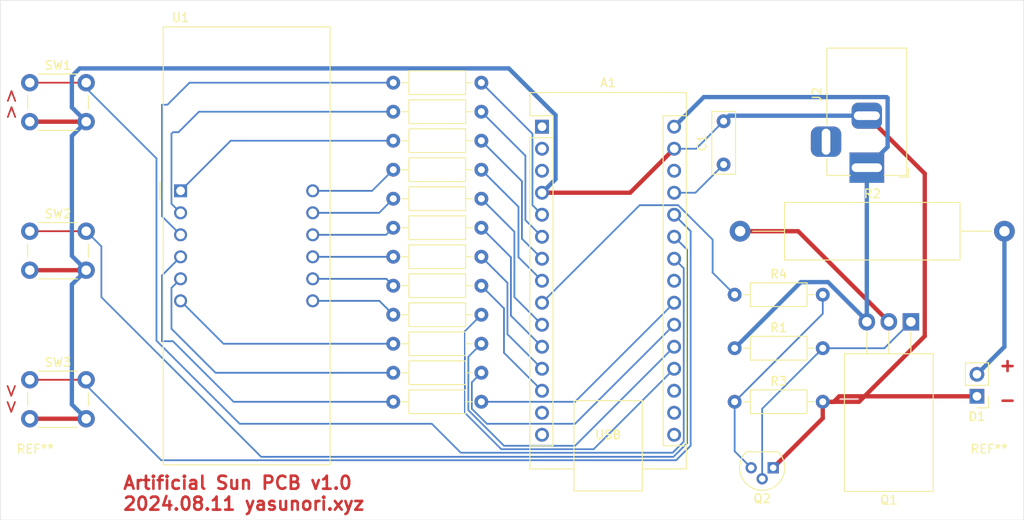
<source format=kicad_pcb>
(kicad_pcb (version 20240108) (generator "pcbnew") (generator_version "8.0")
  (layers (0 "F.Cu" signal) (31 "B.Cu" signal) (34 "B.Paste" user) (35 "F.Paste" user) (36 "B.SilkS" user "B.Silkscreen") (37 "F.SilkS" user "F.Silkscreen") (38 "B.Mask" user) (39 "F.Mask" user) (44 "Edge.Cuts" user))
  (net 0 "")
  (net 2 "Net-(A1-D3)")
  (net 5 "Net-(A1-A1)")
  (net 8 "Net-(A1-D8)")
  (net 9 "Net-(A1-+5V)")
  (net 10 "Net-(A1-SCL{slash}A5)")
  (net 11 "Net-(A1-D9)")
  (net 12 "GND")
  (net 13 "Net-(A1-A0)")
  (net 14 "Net-(A1-D10)")
  (net 15 "Net-(A1-D4)")
  (net 16 "Net-(A1-D2)")
  (net 17 "Net-(A1-A6)")
  (net 19 "Net-(A1-A2)")
  (net 20 "Net-(A1-D6)")
  (net 22 "Net-(A1-A7)")
  (net 23 "Net-(A1-D7)")
  (net 26 "+9V")
  (net 27 "Net-(U1-d)")
  (net 28 "Net-(U1-a)")
  (net 29 "Net-(U1-CC1)")
  (net 30 "Net-(U1-CC2)")
  (net 31 "Net-(U1-DPX)")
  (net 32 "Net-(U1-e)")
  (net 33 "Net-(U1-f)")
  (net 34 "Net-(U1-CC3)")
  (net 35 "Net-(U1-g)")
  (net 36 "Net-(U1-CC4)")
  (net 37 "Net-(U1-c)")
  (net 38 "Net-(U1-b)")
  (net 39 "Net-(D1-A)")
  (net 40 "Net-(Q1-D)")
  (net 41 "Net-(Q1-G)")
  (net 42 "Net-(Q2-B)")
  (net 45 "Net-(A1-A3)")
  (net 46 "Net-(A1-D5)")
  (footprint "Resistor_THT:R_Axial_DIN0207_L6.3mm_D2.5mm_P10.16mm_Horizontal" (layer "F.Cu") (at 121.285 109.912724)
    (property "Reference" "R16" (hide yes))
    (property "Value" "300" (hide yes))
    (fp_line (start 1.04 0) (end 1.81 0) (stroke (width 0.12)) (layer "F.SilkS"))
    (fp_line (start 1.81 -1.37) (end 1.81 1.37) (stroke (width 0.12)) (layer "F.SilkS"))
    (fp_line (start 1.81 1.37) (end 8.35 1.37) (stroke (width 0.12)) (layer "F.SilkS"))
    (fp_line (start 8.35 -1.37) (end 1.81 -1.37) (stroke (width 0.12)) (layer "F.SilkS"))
    (fp_line (start 8.35 1.37) (end 8.35 -1.37) (stroke (width 0.12)) (layer "F.SilkS"))
    (fp_line (start 9.12 0) (end 8.35 0) (stroke (width 0.12)) (layer "F.SilkS"))
    (pad "1" thru_hole circle (at 0 0) (size 1.6 1.6) (drill 0.8) (layers "*.Cu" "*.Mask") (net 28 "Net-(U1-a)"))
    (pad "2" thru_hole oval (at 10.16 0) (size 1.6 1.6) (drill 0.8) (layers "*.Cu" "*.Mask") (net 23 "Net-(A1-D7)"))
  )
  (footprint "Resistor_THT:R_Axial_DIN0207_L6.3mm_D2.5mm_P10.16mm_Horizontal" (layer "F.Cu") (at 121.285 133.35)
    (property "Reference" "R14" (hide yes))
    (property "Value" "300")
    (fp_line (start 1.04 0) (end 1.81 0) (stroke (width 0.12)) (layer "F.SilkS"))
    (fp_line (start 1.81 -1.37) (end 1.81 1.37) (stroke (width 0.12)) (layer "F.SilkS"))
    (fp_line (start 1.81 1.37) (end 8.35 1.37) (stroke (width 0.12)) (layer "F.SilkS"))
    (fp_line (start 8.35 -1.37) (end 1.81 -1.37) (stroke (width 0.12)) (layer "F.SilkS"))
    (fp_line (start 8.35 1.37) (end 8.35 -1.37) (stroke (width 0.12)) (layer "F.SilkS"))
    (fp_line (start 9.12 0) (end 8.35 0) (stroke (width 0.12)) (layer "F.SilkS"))
    (pad "1" thru_hole circle (at 0 0) (size 1.6 1.6) (drill 0.8) (layers "*.Cu" "*.Mask") (net 37 "Net-(U1-c)"))
    (pad "2" thru_hole oval (at 10.16 0) (size 1.6 1.6) (drill 0.8) (layers "*.Cu" "*.Mask") (net 45 "Net-(A1-A3)"))
  )
  (footprint "Resistor_THT:R_Axial_DIN0207_L6.3mm_D2.5mm_P10.16mm_Horizontal" (layer "F.Cu") (at 121.285 123.305448)
    (property "Reference" "R15" (hide yes))
    (property "Value" "300" (hide yes))
    (fp_line (start 1.04 0) (end 1.81 0) (stroke (width 0.12)) (layer "F.SilkS"))
    (fp_line (start 1.81 -1.37) (end 1.81 1.37) (stroke (width 0.12)) (layer "F.SilkS"))
    (fp_line (start 1.81 1.37) (end 8.35 1.37) (stroke (width 0.12)) (layer "F.SilkS"))
    (fp_line (start 8.35 -1.37) (end 1.81 -1.37) (stroke (width 0.12)) (layer "F.SilkS"))
    (fp_line (start 8.35 1.37) (end 8.35 -1.37) (stroke (width 0.12)) (layer "F.SilkS"))
    (fp_line (start 9.12 0) (end 8.35 0) (stroke (width 0.12)) (layer "F.SilkS"))
    (pad "1" thru_hole circle (at 0 0) (size 1.6 1.6) (drill 0.8) (layers "*.Cu" "*.Mask") (net 38 "Net-(U1-b)"))
    (pad "2" thru_hole oval (at 10.16 0) (size 1.6 1.6) (drill 0.8) (layers "*.Cu" "*.Mask") (net 13 "Net-(A1-A0)"))
  )
  (footprint "Connector_PinHeader_2.54mm:PinHeader_1x02_P2.54mm_Vertical" (layer "F.Cu") (at 188.595 132.72 180)
    (property "Reference" "D1" (at 0 -2.33 0) (layer "F.SilkS"))
    (property "Value" "LED")
    (fp_line (start 1.33 1.27) (end 1.33 3.87) (stroke (width 0.12)) (layer "F.SilkS"))
    (fp_line (start -1.33 3.87) (end 1.33 3.87) (stroke (width 0.12)) (layer "F.SilkS"))
    (fp_line (start -1.33 1.27) (end 1.33 1.27) (stroke (width 0.12)) (layer "F.SilkS"))
    (fp_line (start -1.33 1.27) (end -1.33 3.87) (stroke (width 0.12)) (layer "F.SilkS"))
    (fp_line (start -1.33 0) (end -1.33 -1.33) (stroke (width 0.12)) (layer "F.SilkS"))
    (fp_line (start -1.33 -1.33) (end 0 -1.33) (stroke (width 0.12)) (layer "F.SilkS"))
    (pad "1" thru_hole rect (at 0 0 180) (size 1.7 1.7) (drill 1) (layers "*.Cu" "*.Mask") (net 12 "GND"))
    (pad "2" thru_hole oval (at 0 2.54 180) (size 1.7 1.7) (drill 1) (layers "*.Cu" "*.Mask") (net 39 "Net-(D1-A)"))
  )
  (footprint "Button_Switch_THT:SW_PUSH_6mm_H7.3mm" (layer "F.Cu") (at 79.375 130.81)
    (property "Reference" "SW3" (at 3.25 -2 0) (layer "F.SilkS"))
    (property "Value" "SW_Push" (hide yes))
    (fp_line (start -0.25 1.5) (end -0.25 3) (stroke (width 0.12)) (layer "F.SilkS"))
    (fp_line (start 1 5.5) (end 5.5 5.5) (stroke (width 0.12)) (layer "F.SilkS"))
    (fp_line (start 5.5 -1) (end 1 -1) (stroke (width 0.12)) (layer "F.SilkS"))
    (fp_line (start 6.75 3) (end 6.75 1.5) (stroke (width 0.12)) (layer "F.SilkS"))
    (pad "1" thru_hole circle (at 0 0 90) (size 2 2) (drill 1.1) (layers "*.Cu" "*.Mask") (net 22 "Net-(A1-A7)"))
    (pad "1" thru_hole circle (at 6.5 0 90) (size 2 2) (drill 1.1) (layers "*.Cu" "*.Mask") (net 22 "Net-(A1-A7)"))
    (pad "2" thru_hole circle (at 0 4.5 90) (size 2 2) (drill 1.1) (layers "*.Cu" "*.Mask") (net 12 "GND"))
    (pad "2" thru_hole circle (at 6.5 4.5 90) (size 2 2) (drill 1.1) (layers "*.Cu" "*.Mask") (net 12 "GND"))
  )
  (footprint "MountingHole:MountingHole_3.2mm_M3" (layer "F.Cu") (at 190 91)
    (property "Reference" "REF**" (hide yes))
    (property "Value" "MountingHole_3.2mm_M3" (hide yes))
    (pad "" np_thru_hole circle (at 0 0) (size 3.2 3.2) (drill 3.2) (layers "*.Cu" "*.Mask"))
  )
  (footprint "Module:Arduino_Nano" (layer "F.Cu") (at 138.44 101.6)
    (property "Reference" "A1" (at 7.62 -5.08 0) (layer "F.SilkS"))
    (property "Value" "Arduino_Nano_Every")
    (fp_line (start -1.4 -3.94) (end -1.4 -1.27) (stroke (width 0.12)) (layer "F.SilkS"))
    (fp_line (start -1.4 1.27) (end -1.4 39.5) (stroke (width 0.12)) (layer "F.SilkS"))
    (fp_line (start -1.4 39.5) (end 3.68 39.5) (stroke (width 0.12)) (layer "F.SilkS"))
    (fp_line (start 1.27 -1.27) (end -1.4 -1.27) (stroke (width 0.12)) (layer "F.SilkS"))
    (fp_line (start 1.27 1.27) (end -1.4 1.27) (stroke (width 0.12)) (layer "F.SilkS"))
    (fp_line (start 1.27 1.27) (end 1.27 -1.27) (stroke (width 0.12)) (layer "F.SilkS"))
    (fp_line (start 1.27 1.27) (end 1.27 36.83) (stroke (width 0.12)) (layer "F.SilkS"))
    (fp_line (start 1.27 36.83) (end -1.4 36.83) (stroke (width 0.12)) (layer "F.SilkS"))
    (fp_line (start 3.68 31.62) (end 11.56 31.62) (stroke (width 0.12)) (layer "F.SilkS"))
    (fp_line (start 3.68 42.04) (end 3.68 31.62) (stroke (width 0.12)) (layer "F.SilkS"))
    (fp_line (start 11.56 31.62) (end 11.56 42.04) (stroke (width 0.12)) (layer "F.SilkS"))
    (fp_line (start 11.56 42.04) (end 3.68 42.04) (stroke (width 0.12)) (layer "F.SilkS"))
    (fp_line (start 13.97 -1.27) (end 13.97 36.83) (stroke (width 0.12)) (layer "F.SilkS"))
    (fp_line (start 13.97 -1.27) (end 16.64 -1.27) (stroke (width 0.12)) (layer "F.SilkS"))
    (fp_line (start 13.97 36.83) (end 16.64 36.83) (stroke (width 0.12)) (layer "F.SilkS"))
    (fp_line (start 16.64 -3.94) (end -1.4 -3.94) (stroke (width 0.12)) (layer "F.SilkS"))
    (fp_line (start 16.64 39.5) (end 11.56 39.5) (stroke (width 0.12)) (layer "F.SilkS"))
    (fp_line (start 16.64 39.5) (end 16.64 -3.94) (stroke (width 0.12)) (layer "F.SilkS"))
    (fp_text user "USB" (at 7.62 35.56 0) (layer "F.SilkS"))
    (pad "1" thru_hole rect (at 0 0) (size 1.6 1.6) (drill 1) (layers "*.Cu" "*.Mask"))
    (pad "2" thru_hole oval (at 0 2.54) (size 1.6 1.6) (drill 1) (layers "*.Cu" "*.Mask"))
    (pad "3" thru_hole oval (at 0 5.08) (size 1.6 1.6) (drill 1) (layers "*.Cu" "*.Mask"))
    (pad "4" thru_hole oval (at 0 7.62) (size 1.6 1.6) (drill 1) (layers "*.Cu" "*.Mask") (net 12 "GND"))
    (pad "5" thru_hole oval (at 0 10.16) (size 1.6 1.6) (drill 1) (layers "*.Cu" "*.Mask") (net 16 "Net-(A1-D2)"))
    (pad "6" thru_hole oval (at 0 12.7) (size 1.6 1.6) (drill 1) (layers "*.Cu" "*.Mask") (net 2 "Net-(A1-D3)"))
    (pad "7" thru_hole oval (at 0 15.24) (size 1.6 1.6) (drill 1) (layers "*.Cu" "*.Mask") (net 15 "Net-(A1-D4)"))
    (pad "8" thru_hole oval (at 0 17.78) (size 1.6 1.6) (drill 1) (layers "*.Cu" "*.Mask") (net 46 "Net-(A1-D5)"))
    (pad "9" thru_hole oval (at 0 20.32) (size 1.6 1.6) (drill 1) (layers "*.Cu" "*.Mask") (net 20 "Net-(A1-D6)"))
    (pad "10" thru_hole oval (at 0 22.86) (size 1.6 1.6) (drill 1) (layers "*.Cu" "*.Mask") (net 23 "Net-(A1-D7)"))
    (pad "11" thru_hole oval (at 0 25.4) (size 1.6 1.6) (drill 1) (layers "*.Cu" "*.Mask") (net 8 "Net-(A1-D8)"))
    (pad "12" thru_hole oval (at 0 27.94) (size 1.6 1.6) (drill 1) (layers "*.Cu" "*.Mask") (net 11 "Net-(A1-D9)"))
    (pad "13" thru_hole oval (at 0 30.48) (size 1.6 1.6) (drill 1) (layers "*.Cu" "*.Mask") (net 14 "Net-(A1-D10)"))
    (pad "14" thru_hole oval (at 0 33.02) (size 1.6 1.6) (drill 1) (layers "*.Cu" "*.Mask"))
    (pad "15" thru_hole oval (at 0 35.56) (size 1.6 1.6) (drill 1) (layers "*.Cu" "*.Mask"))
    (pad "16" thru_hole oval (at 15.24 35.56) (size 1.6 1.6) (drill 1) (layers "*.Cu" "*.Mask"))
    (pad "17" thru_hole oval (at 15.24 33.02) (size 1.6 1.6) (drill 1) (layers "*.Cu" "*.Mask"))
    (pad "18" thru_hole oval (at 15.24 30.48) (size 1.6 1.6) (drill 1) (layers "*.Cu" "*.Mask"))
    (pad "19" thru_hole oval (at 15.24 27.94) (size 1.6 1.6) (drill 1) (layers "*.Cu" "*.Mask") (net 13 "Net-(A1-A0)"))
    (pad "20" thru_hole oval (at 15.24 25.4) (size 1.6 1.6) (drill 1) (layers "*.Cu" "*.Mask") (net 5 "Net-(A1-A1)"))
    (pad "21" thru_hole oval (at 15.24 22.86) (size 1.6 1.6) (drill 1) (layers "*.Cu" "*.Mask") (net 19 "Net-(A1-A2)"))
    (pad "22" thru_hole oval (at 15.24 20.32) (size 1.6 1.6) (drill 1) (layers "*.Cu" "*.Mask") (net 45 "Net-(A1-A3)"))
    (pad "23" thru_hole oval (at 15.24 17.78) (size 1.6 1.6) (drill 1) (layers "*.Cu" "*.Mask"))
    (pad "24" thru_hole oval (at 15.24 15.24) (size 1.6 1.6) (drill 1) (layers "*.Cu" "*.Mask") (net 10 "Net-(A1-SCL{slash}A5)"))
    (pad "25" thru_hole oval (at 15.24 12.7) (size 1.6 1.6) (drill 1) (layers "*.Cu" "*.Mask") (net 17 "Net-(A1-A6)"))
    (pad "26" thru_hole oval (at 15.24 10.16) (size 1.6 1.6) (drill 1) (layers "*.Cu" "*.Mask") (net 22 "Net-(A1-A7)"))
    (pad "27" thru_hole oval (at 15.24 7.62) (size 1.6 1.6) (drill 1) (layers "*.Cu" "*.Mask") (net 9 "Net-(A1-+5V)"))
    (pad "28" thru_hole oval (at 15.24 5.08) (size 1.6 1.6) (drill 1) (layers "*.Cu" "*.Mask"))
    (pad "29" thru_hole oval (at 15.24 2.54) (size 1.6 1.6) (drill 1) (layers "*.Cu" "*.Mask") (net 12 "GND"))
    (pad "30" thru_hole oval (at 15.24 0) (size 1.6 1.6) (drill 1) (layers "*.Cu" "*.Mask") (net 26 "+9V"))
  )
  (footprint "Resistor_THT:R_Axial_DIN0207_L6.3mm_D2.5mm_P10.16mm_Horizontal" (layer "F.Cu") (at 121.285 106.564543)
    (property "Reference" "R5" (hide yes))
    (property "Value" "300" (hide yes))
    (fp_line (start 1.04 0) (end 1.81 0) (stroke (width 0.12)) (layer "F.SilkS"))
    (fp_line (start 1.81 -1.37) (end 1.81 1.37) (stroke (width 0.12)) (layer "F.SilkS"))
    (fp_line (start 1.81 1.37) (end 8.35 1.37) (stroke (width 0.12)) (layer "F.SilkS"))
    (fp_line (start 8.35 -1.37) (end 1.81 -1.37) (stroke (width 0.12)) (layer "F.SilkS"))
    (fp_line (start 8.35 1.37) (end 8.35 -1.37) (stroke (width 0.12)) (layer "F.SilkS"))
    (fp_line (start 9.12 0) (end 8.35 0) (stroke (width 0.12)) (layer "F.SilkS"))
    (pad "1" thru_hole circle (at 0 0) (size 1.6 1.6) (drill 0.8) (layers "*.Cu" "*.Mask") (net 29 "Net-(U1-CC1)"))
    (pad "2" thru_hole oval (at 10.16 0) (size 1.6 1.6) (drill 0.8) (layers "*.Cu" "*.Mask") (net 46 "Net-(A1-D5)"))
  )
  (footprint "Resistor_THT:R_Axial_DIN0207_L6.3mm_D2.5mm_P10.16mm_Horizontal" (layer "F.Cu") (at 160.655 120.99)
    (property "Reference" "R4" (at 5.08 -2.37 0) (layer "F.SilkS"))
    (property "Value" "10k")
    (fp_line (start 1.04 0) (end 1.81 0) (stroke (width 0.12)) (layer "F.SilkS"))
    (fp_line (start 1.81 -1.37) (end 1.81 1.37) (stroke (width 0.12)) (layer "F.SilkS"))
    (fp_line (start 1.81 1.37) (end 8.35 1.37) (stroke (width 0.12)) (layer "F.SilkS"))
    (fp_line (start 8.35 -1.37) (end 1.81 -1.37) (stroke (width 0.12)) (layer "F.SilkS"))
    (fp_line (start 8.35 1.37) (end 8.35 -1.37) (stroke (width 0.12)) (layer "F.SilkS"))
    (fp_line (start 9.12 0) (end 8.35 0) (stroke (width 0.12)) (layer "F.SilkS"))
    (pad "1" thru_hole circle (at 0 0) (size 1.6 1.6) (drill 0.8) (layers "*.Cu" "*.Mask") (net 20 "Net-(A1-D6)"))
    (pad "2" thru_hole oval (at 10.16 0) (size 1.6 1.6) (drill 0.8) (layers "*.Cu" "*.Mask") (net 42 "Net-(Q2-B)"))
  )
  (footprint "Resistor_THT:R_Axial_Power_L20.0mm_W6.4mm_P30.48mm" (layer "F.Cu") (at 161.285 113.665)
    (property "Reference" "R2" (at 15.24 -4.32 0) (layer "F.SilkS"))
    (property "Value" "15R, 5W")
    (fp_line (start 1.44 0) (end 5.12 0) (stroke (width 0.12)) (layer "F.SilkS"))
    (fp_line (start 5.12 -3.32) (end 5.12 3.32) (stroke (width 0.12)) (layer "F.SilkS"))
    (fp_line (start 5.12 3.32) (end 25.36 3.32) (stroke (width 0.12)) (layer "F.SilkS"))
    (fp_line (start 25.36 -3.32) (end 5.12 -3.32) (stroke (width 0.12)) (layer "F.SilkS"))
    (fp_line (start 25.36 3.32) (end 25.36 -3.32) (stroke (width 0.12)) (layer "F.SilkS"))
    (fp_line (start 29.04 0) (end 25.36 0) (stroke (width 0.12)) (layer "F.SilkS"))
    (pad "1" thru_hole circle (at 0 0) (size 2.4 2.4) (drill 1.2) (layers "*.Cu" "*.Mask") (net 40 "Net-(Q1-D)"))
    (pad "2" thru_hole oval (at 30.48 0) (size 2.4 2.4) (drill 1.2) (layers "*.Cu" "*.Mask") (net 39 "Net-(D1-A)"))
  )
  (footprint "Resistor_THT:R_Axial_DIN0207_L6.3mm_D2.5mm_P10.16mm_Horizontal" (layer "F.Cu") (at 160.655 133.35)
    (property "Reference" "R3" (at 5.08 -2.37 0) (layer "F.SilkS"))
    (property "Value" "10k")
    (fp_line (start 1.04 0) (end 1.81 0) (stroke (width 0.12)) (layer "F.SilkS"))
    (fp_line (start 1.81 -1.37) (end 1.81 1.37) (stroke (width 0.12)) (layer "F.SilkS"))
    (fp_line (start 1.81 1.37) (end 8.35 1.37) (stroke (width 0.12)) (layer "F.SilkS"))
    (fp_line (start 8.35 -1.37) (end 1.81 -1.37) (stroke (width 0.12)) (layer "F.SilkS"))
    (fp_line (start 8.35 1.37) (end 8.35 -1.37) (stroke (width 0.12)) (layer "F.SilkS"))
    (fp_line (start 9.12 0) (end 8.35 0) (stroke (width 0.12)) (layer "F.SilkS"))
    (pad "1" thru_hole circle (at 0 0) (size 1.6 1.6) (drill 0.8) (layers "*.Cu" "*.Mask") (net 42 "Net-(Q2-B)"))
    (pad "2" thru_hole oval (at 10.16 0) (size 1.6 1.6) (drill 0.8) (layers "*.Cu" "*.Mask") (net 12 "GND"))
  )
  (footprint "Package_TO_SOT_THT:TO-92" (layer "F.Cu") (at 165.1 140.97 180)
    (property "Reference" "Q2" (at 1.27 -3.56 0) (layer "F.SilkS"))
    (property "Value" "Q_NPN_ECB")
    (fp_line (start -0.53 1.85) (end 3.07 1.85) (stroke (width 0.12)) (layer "F.SilkS"))
    (fp_arc (start 1.27 -2.6) (mid 3.672087 -0.994977) (end 3.108478 1.838478) (stroke (width 0.12)) (layer "F.SilkS"))
    (fp_arc (start -0.568478 1.838478) (mid -1.132087 -0.994977) (end 1.27 -2.6) (stroke (width 0.12)) (layer "F.SilkS"))
    (pad "1" thru_hole rect (at 0 0 180) (size 1.3 1.3) (drill 0.75) (layers "*.Cu" "*.Mask") (net 12 "GND"))
    (pad "2" thru_hole circle (at 1.27 -1.27 180) (size 1.3 1.3) (drill 0.75) (layers "*.Cu" "*.Mask") (net 41 "Net-(Q1-G)"))
    (pad "3" thru_hole circle (at 2.54 0 180) (size 1.3 1.3) (drill 0.75) (layers "*.Cu" "*.Mask") (net 42 "Net-(Q2-B)"))
  )
  (footprint "Resistor_THT:R_Axial_DIN0207_L6.3mm_D2.5mm_P10.16mm_Horizontal" (layer "F.Cu") (at 160.655 127.17)
    (property "Reference" "R1" (at 5.08 -2.37 0) (layer "F.SilkS"))
    (property "Value" "10k")
    (fp_line (start 1.04 0) (end 1.81 0) (stroke (width 0.12)) (layer "F.SilkS"))
    (fp_line (start 1.81 -1.37) (end 1.81 1.37) (stroke (width 0.12)) (layer "F.SilkS"))
    (fp_line (start 1.81 1.37) (end 8.35 1.37) (stroke (width 0.12)) (layer "F.SilkS"))
    (fp_line (start 8.35 -1.37) (end 1.81 -1.37) (stroke (width 0.12)) (layer "F.SilkS"))
    (fp_line (start 8.35 1.37) (end 8.35 -1.37) (stroke (width 0.12)) (layer "F.SilkS"))
    (fp_line (start 9.12 0) (end 8.35 0) (stroke (width 0.12)) (layer "F.SilkS"))
    (pad "1" thru_hole circle (at 0 0) (size 1.6 1.6) (drill 0.8) (layers "*.Cu" "*.Mask") (net 26 "+9V"))
    (pad "2" thru_hole oval (at 10.16 0) (size 1.6 1.6) (drill 0.8) (layers "*.Cu" "*.Mask") (net 41 "Net-(Q1-G)"))
  )
  (footprint "Resistor_THT:R_Axial_DIN0207_L6.3mm_D2.5mm_P10.16mm_Horizontal" (layer "F.Cu") (at 121.285 126.653629)
    (property "Reference" "R8" (hide yes))
    (property "Value" "300" (hide yes))
    (fp_line (start 1.04 0) (end 1.81 0) (stroke (width 0.12)) (layer "F.SilkS"))
    (fp_line (start 1.81 -1.37) (end 1.81 1.37) (stroke (width 0.12)) (layer "F.SilkS"))
    (fp_line (start 1.81 1.37) (end 8.35 1.37) (stroke (width 0.12)) (layer "F.SilkS"))
    (fp_line (start 8.35 -1.37) (end 1.81 -1.37) (stroke (width 0.12)) (layer "F.SilkS"))
    (fp_line (start 8.35 1.37) (end 8.35 -1.37) (stroke (width 0.12)) (layer "F.SilkS"))
    (fp_line (start 9.12 0) (end 8.35 0) (stroke (width 0.12)) (layer "F.SilkS"))
    (pad "1" thru_hole circle (at 0 0) (size 1.6 1.6) (drill 0.8) (layers "*.Cu" "*.Mask") (net 36 "Net-(U1-CC4)"))
    (pad "2" thru_hole oval (at 10.16 0) (size 1.6 1.6) (drill 0.8) (layers "*.Cu" "*.Mask") (net 5 "Net-(A1-A1)"))
  )
  (footprint "Button_Switch_THT:SW_PUSH_6mm_H7.3mm" (layer "F.Cu") (at 79.375 113.665)
    (property "Reference" "SW2" (at 3.25 -2 0) (layer "F.SilkS"))
    (property "Value" "SW_Push" (hide yes))
    (fp_line (start -0.25 1.5) (end -0.25 3) (stroke (width 0.12)) (layer "F.SilkS"))
    (fp_line (start 1 5.5) (end 5.5 5.5) (stroke (width 0.12)) (layer "F.SilkS"))
    (fp_line (start 5.5 -1) (end 1 -1) (stroke (width 0.12)) (layer "F.SilkS"))
    (fp_line (start 6.75 3) (end 6.75 1.5) (stroke (width 0.12)) (layer "F.SilkS"))
    (pad "1" thru_hole circle (at 0 0 90) (size 2 2) (drill 1.1) (layers "*.Cu" "*.Mask") (net 17 "Net-(A1-A6)"))
    (pad "1" thru_hole circle (at 6.5 0 90) (size 2 2) (drill 1.1) (layers "*.Cu" "*.Mask") (net 17 "Net-(A1-A6)"))
    (pad "2" thru_hole circle (at 0 4.5 90) (size 2 2) (drill 1.1) (layers "*.Cu" "*.Mask") (net 12 "GND"))
    (pad "2" thru_hole circle (at 6.5 4.5 90) (size 2 2) (drill 1.1) (layers "*.Cu" "*.Mask") (net 12 "GND"))
  )
  (footprint "Resistor_THT:R_Axial_DIN0207_L6.3mm_D2.5mm_P10.16mm_Horizontal" (layer "F.Cu") (at 121.285 103.216362)
    (property "Reference" "R12" (hide yes))
    (property "Value" "300" (hide yes))
    (fp_line (start 1.04 0) (end 1.81 0) (stroke (width 0.12)) (layer "F.SilkS"))
    (fp_line (start 1.81 -1.37) (end 1.81 1.37) (stroke (width 0.12)) (layer "F.SilkS"))
    (fp_line (start 1.81 1.37) (end 8.35 1.37) (stroke (width 0.12)) (layer "F.SilkS"))
    (fp_line (start 8.35 -1.37) (end 1.81 -1.37) (stroke (width 0.12)) (layer "F.SilkS"))
    (fp_line (start 8.35 1.37) (end 8.35 -1.37) (stroke (width 0.12)) (layer "F.SilkS"))
    (fp_line (start 9.12 0) (end 8.35 0) (stroke (width 0.12)) (layer "F.SilkS"))
    (pad "1" thru_hole circle (at 0 0) (size 1.6 1.6) (drill 0.8) (layers "*.Cu" "*.Mask") (net 32 "Net-(U1-e)"))
    (pad "2" thru_hole oval (at 10.16 0) (size 1.6 1.6) (drill 0.8) (layers "*.Cu" "*.Mask") (net 15 "Net-(A1-D4)"))
  )
  (footprint "Resistor_THT:R_Axial_DIN0207_L6.3mm_D2.5mm_P10.16mm_Horizontal" (layer "F.Cu") (at 121.285 99.868181)
    (property "Reference" "R13" (hide yes))
    (property "Value" "300" (hide yes))
    (fp_line (start 1.04 0) (end 1.81 0) (stroke (width 0.12)) (layer "F.SilkS"))
    (fp_line (start 1.81 -1.37) (end 1.81 1.37) (stroke (width 0.12)) (layer "F.SilkS"))
    (fp_line (start 1.81 1.37) (end 8.35 1.37) (stroke (width 0.12)) (layer "F.SilkS"))
    (fp_line (start 8.35 -1.37) (end 1.81 -1.37) (stroke (width 0.12)) (layer "F.SilkS"))
    (fp_line (start 8.35 1.37) (end 8.35 -1.37) (stroke (width 0.12)) (layer "F.SilkS"))
    (fp_line (start 9.12 0) (end 8.35 0) (stroke (width 0.12)) (layer "F.SilkS"))
    (pad "1" thru_hole circle (at 0 0) (size 1.6 1.6) (drill 0.8) (layers "*.Cu" "*.Mask") (net 27 "Net-(U1-d)"))
    (pad "2" thru_hole oval (at 10.16 0) (size 1.6 1.6) (drill 0.8) (layers "*.Cu" "*.Mask") (net 2 "Net-(A1-D3)"))
  )
  (footprint "MountingHole:MountingHole_3.2mm_M3" (layer "F.Cu") (at 190 143)
    (property "Reference" "REF**" (at 0 -4.2 0) (layer "F.SilkS"))
    (property "Value" "MountingHole_3.2mm_M3" (hide yes))
    (pad "" np_thru_hole circle (at 0 0) (size 3.2 3.2) (drill 3.2) (layers "*.Cu" "*.Mask"))
  )
  (footprint "Connector_BarrelJack:BarrelJack_Horizontal" (layer "F.Cu") (at 175.895 106.33 -90)
    (property "Reference" "J2" (at -8.45 5.75 90) (layer "F.SilkS"))
    (property "Value" "Barrel_Jack_Switch")
    (fp_line (start -13.8 4.6) (end -13.8 -4.6) (stroke (width 0.12)) (layer "F.SilkS"))
    (fp_line (start -5 4.6) (end -13.8 4.6) (stroke (width 0.12)) (layer "F.SilkS"))
    (fp_line (start 0.9 4.6) (end -1 4.6) (stroke (width 0.12)) (layer "F.SilkS"))
    (fp_line (start 0.9 1.9) (end 0.9 4.6) (stroke (width 0.12)) (layer "F.SilkS"))
    (fp_line (start 1.1 -3.75) (end 1.1 -4.8) (stroke (width 0.12)) (layer "F.SilkS"))
    (fp_line (start -13.8 -4.6) (end 0.9 -4.6) (stroke (width 0.12)) (layer "F.SilkS"))
    (fp_line (start 0.9 -4.6) (end 0.9 -2) (stroke (width 0.12)) (layer "F.SilkS"))
    (fp_line (start 0.05 -4.8) (end 1.1 -4.8) (stroke (width 0.12)) (layer "F.SilkS"))
    (pad "1" thru_hole rect (at 0 0 270) (size 3.5 4) (drill oval 1 3.5) (layers "*.Cu" "*.Mask") (net 26 "+9V"))
    (pad "2" thru_hole roundrect (at -6 0 270) (size 3 3.5) (drill oval 1 3) (layers "*.Cu" "*.Mask") (net 12 "GND"))
    (pad "3" thru_hole roundrect (at -3 4.7 270) (size 3.5 3.5) (drill oval 3 1) (layers "*.Cu" "*.Mask"))
  )
  (footprint "Capacitor_THT:C_Disc_D7.0mm_W2.5mm_P5.00mm" (layer "F.Cu") (at 159.385 105.965 90)
    (property "Reference" "C1" (at 2.5 -2.5 90) (layer "F.SilkS"))
    (property "Value" "100n")
    (fp_line (start 6.12 -1.37) (end 6.12 1.37) (stroke (width 0.12)) (layer "F.SilkS"))
    (fp_line (start -1.12 -1.37) (end 6.12 -1.37) (stroke (width 0.12)) (layer "F.SilkS"))
    (fp_line (start -1.12 -1.37) (end -1.12 1.37) (stroke (width 0.12)) (layer "F.SilkS"))
    (fp_line (start -1.12 1.37) (end 6.12 1.37) (stroke (width 0.12)) (layer "F.SilkS"))
    (pad "1" thru_hole circle (at 0 0 90) (size 1.6 1.6) (drill 0.8) (layers "*.Cu" "*.Mask") (net 9 "Net-(A1-+5V)"))
    (pad "2" thru_hole circle (at 5 0 90) (size 1.6 1.6) (drill 0.8) (layers "*.Cu" "*.Mask") (net 12 "GND"))
  )
  (footprint "Resistor_THT:R_Axial_DIN0207_L6.3mm_D2.5mm_P10.16mm_Horizontal" (layer "F.Cu") (at 121.285 96.52)
    (property "Reference" "R9" (hide yes))
    (property "Value" "300" (hide yes))
    (fp_line (start 1.04 0) (end 1.81 0) (stroke (width 0.12)) (layer "F.SilkS"))
    (fp_line (start 1.81 -1.37) (end 1.81 1.37) (stroke (width 0.12)) (layer "F.SilkS"))
    (fp_line (start 1.81 1.37) (end 8.35 1.37) (stroke (width 0.12)) (layer "F.SilkS"))
    (fp_line (start 8.35 -1.37) (end 1.81 -1.37) (stroke (width 0.12)) (layer "F.SilkS"))
    (fp_line (start 8.35 1.37) (end 8.35 -1.37) (stroke (width 0.12)) (layer "F.SilkS"))
    (fp_line (start 9.12 0) (end 8.35 0) (stroke (width 0.12)) (layer "F.SilkS"))
    (pad "1" thru_hole circle (at 0 0) (size 1.6 1.6) (drill 0.8) (layers "*.Cu" "*.Mask") (net 31 "Net-(U1-DPX)"))
    (pad "2" thru_hole oval (at 10.16 0) (size 1.6 1.6) (drill 0.8) (layers "*.Cu" "*.Mask") (net 16 "Net-(A1-D2)"))
  )
  (footprint "Resistor_THT:R_Axial_DIN0207_L6.3mm_D2.5mm_P10.16mm_Horizontal" (layer "F.Cu") (at 121.285 119.957267)
    (property "Reference" "R7" (hide yes))
    (property "Value" "300" (hide yes))
    (fp_line (start 1.04 0) (end 1.81 0) (stroke (width 0.12)) (layer "F.SilkS"))
    (fp_line (start 1.81 -1.37) (end 1.81 1.37) (stroke (width 0.12)) (layer "F.SilkS"))
    (fp_line (start 1.81 1.37) (end 8.35 1.37) (stroke (width 0.12)) (layer "F.SilkS"))
    (fp_line (start 8.35 -1.37) (end 1.81 -1.37) (stroke (width 0.12)) (layer "F.SilkS"))
    (fp_line (start 8.35 1.37) (end 8.35 -1.37) (stroke (width 0.12)) (layer "F.SilkS"))
    (fp_line (start 9.12 0) (end 8.35 0) (stroke (width 0.12)) (layer "F.SilkS"))
    (pad "1" thru_hole circle (at 0 0) (size 1.6 1.6) (drill 0.8) (layers "*.Cu" "*.Mask") (net 34 "Net-(U1-CC3)"))
    (pad "2" thru_hole oval (at 10.16 0) (size 1.6 1.6) (drill 0.8) (layers "*.Cu" "*.Mask") (net 14 "Net-(A1-D10)"))
  )
  (footprint "Package_TO_SOT_THT:TO-220-3_Horizontal_TabDown" (layer "F.Cu") (at 180.975 124.12 180)
    (property "Reference" "Q1" (at 2.54 -20.58 0) (layer "F.SilkS"))
    (property "Value" "Q_PMOS_GDS")
    (fp_line (start 7.66 -19.58) (end 7.66 -3.69) (stroke (width 0.12)) (layer "F.SilkS"))
    (fp_line (start 5.08 -3.69) (end 5.08 -1.15) (stroke (width 0.12)) (layer "F.SilkS"))
    (fp_line (start 2.54 -3.69) (end 2.54 -1.15) (stroke (width 0.12)) (layer "F.SilkS"))
    (fp_line (start 0 -3.69) (end 0 -1.15) (stroke (width 0.12)) (layer "F.SilkS"))
    (fp_line (start -2.58 -3.69) (end 7.66 -3.69) (stroke (width 0.12)) (layer "F.SilkS"))
    (fp_line (start -2.58 -19.58) (end 7.66 -19.58) (stroke (width 0.12)) (layer "F.SilkS"))
    (fp_line (start -2.58 -19.58) (end -2.58 -3.69) (stroke (width 0.12)) (layer "F.SilkS"))
    (pad "" np_thru_hole oval (at 2.54 -16.66 180) (size 3.5 3.5) (drill 3.5) (layers "*.Cu" "*.Mask"))
    (pad "1" thru_hole rect (at 0 0 180) (size 1.905 2) (drill 1.1) (layers "*.Cu" "*.Mask") (net 41 "Net-(Q1-G)"))
    (pad "2" thru_hole oval (at 2.54 0 180) (size 1.905 2) (drill 1.1) (layers "*.Cu" "*.Mask") (net 40 "Net-(Q1-D)"))
    (pad "3" thru_hole oval (at 5.08 0 180) (size 1.905 2) (drill 1.1) (layers "*.Cu" "*.Mask") (net 26 "+9V"))
  )
  (footprint "MountingHole:MountingHole_3.2mm_M3" (layer "F.Cu") (at 80 91)
    (property "Reference" "REF**" (hide yes))
    (property "Value" "MountingHole_3.2mm_M3" (hide yes))
    (pad "" np_thru_hole circle (at 0 0) (size 3.2 3.2) (drill 3.2) (layers "*.Cu" "*.Mask"))
  )
  (footprint "Resistor_THT:R_Axial_DIN0207_L6.3mm_D2.5mm_P10.16mm_Horizontal" (layer "F.Cu") (at 121.285 130.00181)
    (property "Reference" "R10" (hide yes))
    (property "Value" "300" (hide yes))
    (fp_line (start 1.04 0) (end 1.81 0) (stroke (width 0.12)) (layer "F.SilkS"))
    (fp_line (start 1.81 -1.37) (end 1.81 1.37) (stroke (width 0.12)) (layer "F.SilkS"))
    (fp_line (start 1.81 1.37) (end 8.35 1.37) (stroke (width 0.12)) (layer "F.SilkS"))
    (fp_line (start 8.35 -1.37) (end 1.81 -1.37) (stroke (width 0.12)) (layer "F.SilkS"))
    (fp_line (start 8.35 1.37) (end 8.35 -1.37) (stroke (width 0.12)) (layer "F.SilkS"))
    (fp_line (start 9.12 0) (end 8.35 0) (stroke (width 0.12)) (layer "F.SilkS"))
    (pad "1" thru_hole circle (at 0 0) (size 1.6 1.6) (drill 0.8) (layers "*.Cu" "*.Mask") (net 35 "Net-(U1-g)"))
    (pad "2" thru_hole oval (at 10.16 0) (size 1.6 1.6) (drill 0.8) (layers "*.Cu" "*.Mask") (net 19 "Net-(A1-A2)"))
  )
  (footprint "Display_7Segment:CA56-12SURKWA" (layer "F.Cu") (at 96.76 109)
    (property "Reference" "U1" (at 0 -20 0) (layer "F.SilkS"))
    (property "Value" "CC56-12SURKWA" (hide yes))
    (fp_line (start -2.38 -1) (end -2.38 1) (stroke (width 0.12)) (layer "F.SilkS"))
    (fp_line (start -2 -18.92) (end -2 31.62) (stroke (width 0.12)) (layer "F.SilkS"))
    (fp_line (start -2 -18.92) (end 17.24 -18.92) (stroke (width 0.12)) (layer "F.SilkS"))
    (fp_line (start -2 31.62) (end 17.24 31.62) (stroke (width 0.12)) (layer "F.SilkS"))
    (fp_line (start 17.24 31.62) (end 17.24 -18.92) (stroke (width 0.12)) (layer "F.SilkS"))
    (pad "1" thru_hole rect (at 0 0) (size 1.5 1.5) (drill 1) (layers "*.Cu" "*.Mask") (net 32 "Net-(U1-e)"))
    (pad "2" thru_hole circle (at 0 2.54) (size 1.5 1.5) (drill 1) (layers "*.Cu" "*.Mask") (net 27 "Net-(U1-d)"))
    (pad "3" thru_hole circle (at 0 5.08) (size 1.5 1.5) (drill 1) (layers "*.Cu" "*.Mask") (net 31 "Net-(U1-DPX)"))
    (pad "4" thru_hole circle (at 0 7.62) (size 1.5 1.5) (drill 1) (layers "*.Cu" "*.Mask") (net 37 "Net-(U1-c)"))
    (pad "5" thru_hole circle (at 0 10.16) (size 1.5 1.5) (drill 1) (layers "*.Cu" "*.Mask") (net 35 "Net-(U1-g)"))
    (pad "6" thru_hole circle (at 0 12.7) (size 1.5 1.5) (drill 1) (layers "*.Cu" "*.Mask") (net 36 "Net-(U1-CC4)"))
    (pad "7" thru_hole circle (at 15.24 12.7) (size 1.5 1.5) (drill 1) (layers "*.Cu" "*.Mask") (net 38 "Net-(U1-b)"))
    (pad "8" thru_hole circle (at 15.24 10.16) (size 1.5 1.5) (drill 1) (layers "*.Cu" "*.Mask") (net 34 "Net-(U1-CC3)"))
    (pad "9" thru_hole circle (at 15.24 7.62) (size 1.5 1.5) (drill 1) (layers "*.Cu" "*.Mask") (net 30 "Net-(U1-CC2)"))
    (pad "10" thru_hole circle (at 15.24 5.08) (size 1.5 1.5) (drill 1) (layers "*.Cu" "*.Mask") (net 33 "Net-(U1-f)"))
    (pad "11" thru_hole circle (at 15.24 2.54) (size 1.5 1.5) (drill 1) (layers "*.Cu" "*.Mask") (net 28 "Net-(U1-a)"))
    (pad "12" thru_hole circle (at 15.24 0) (size 1.5 1.5) (drill 1) (layers "*.Cu" "*.Mask") (net 29 "Net-(U1-CC1)"))
  )
  (footprint "MountingHole:MountingHole_3.2mm_M3" (layer "F.Cu") (at 80 143)
    (property "Reference" "REF**" (at 0 -4.2 0) (layer "F.SilkS"))
    (property "Value" "MountingHole_3.2mm_M3" (hide yes))
    (pad "" np_thru_hole circle (at 0 0) (size 3.2 3.2) (drill 3.2) (layers "*.Cu" "*.Mask"))
  )
  (footprint "Resistor_THT:R_Axial_DIN0207_L6.3mm_D2.5mm_P10.16mm_Horizontal" (layer "F.Cu") (at 121.285 113.260905)
    (property "Reference" "R11" (hide yes))
    (property "Value" "300" (hide yes))
    (fp_line (start 1.04 0) (end 1.81 0) (stroke (width 0.12)) (layer "F.SilkS"))
    (fp_line (start 1.81 -1.37) (end 1.81 1.37) (stroke (width 0.12)) (layer "F.SilkS"))
    (fp_line (start 1.81 1.37) (end 8.35 1.37) (stroke (width 0.12)) (layer "F.SilkS"))
    (fp_line (start 8.35 -1.37) (end 1.81 -1.37) (stroke (width 0.12)) (layer "F.SilkS"))
    (fp_line (start 8.35 1.37) (end 8.35 -1.37) (stroke (width 0.12)) (layer "F.SilkS"))
    (fp_line (start 9.12 0) (end 8.35 0) (stroke (width 0.12)) (layer "F.SilkS"))
    (pad "1" thru_hole circle (at 0 0) (size 1.6 1.6) (drill 0.8) (layers "*.Cu" "*.Mask") (net 33 "Net-(U1-f)"))
    (pad "2" thru_hole oval (at 10.16 0) (size 1.6 1.6) (drill 0.8) (layers "*.Cu" "*.Mask") (net 8 "Net-(A1-D8)"))
  )
  (footprint "Button_Switch_THT:SW_PUSH_6mm_H7.3mm" (layer "F.Cu") (at 79.375 96.52)
    (property "Reference" "SW1" (at 3.25 -2 0) (layer "F.SilkS"))
    (property "Value" "SW_Push" (hide yes))
    (fp_line (start -0.25 1.5) (end -0.25 3) (stroke (width 0.12)) (layer "F.SilkS"))
    (fp_line (start 1 5.5) (end 5.5 5.5) (stroke (width 0.12)) (layer "F.SilkS"))
    (fp_line (start 5.5 -1) (end 1 -1) (stroke (width 0.12)) (layer "F.SilkS"))
    (fp_line (start 6.75 3) (end 6.75 1.5) (stroke (width 0.12)) (layer "F.SilkS"))
    (pad "1" thru_hole circle (at 0 0 90) (size 2 2) (drill 1.1) (layers "*.Cu" "*.Mask") (net 10 "Net-(A1-SCL{slash}A5)"))
    (pad "1" thru_hole circle (at 6.5 0 90) (size 2 2) (drill 1.1) (layers "*.Cu" "*.Mask") (net 10 "Net-(A1-SCL{slash}A5)"))
    (pad "2" thru_hole circle (at 0 4.5 90) (size 2 2) (drill 1.1) (layers "*.Cu" "*.Mask") (net 12 "GND"))
    (pad "2" thru_hole circle (at 6.5 4.5 90) (size 2 2) (drill 1.1) (layers "*.Cu" "*.Mask") (net 12 "GND"))
  )
  (footprint "Resistor_THT:R_Axial_DIN0207_L6.3mm_D2.5mm_P10.16mm_Horizontal" (layer "F.Cu") (at 121.285 116.609086)
    (property "Reference" "R6" (hide yes))
    (property "Value" "300" (hide yes))
    (fp_line (start 1.04 0) (end 1.81 0) (stroke (width 0.12)) (layer "F.SilkS"))
    (fp_line (start 1.81 -1.37) (end 1.81 1.37) (stroke (width 0.12)) (layer "F.SilkS"))
    (fp_line (start 1.81 1.37) (end 8.35 1.37) (stroke (width 0.12)) (layer "F.SilkS"))
    (fp_line (start 8.35 -1.37) (end 1.81 -1.37) (stroke (width 0.12)) (layer "F.SilkS"))
    (fp_line (start 8.35 1.37) (end 8.35 -1.37) (stroke (width 0.12)) (layer "F.SilkS"))
    (fp_line (start 9.12 0) (end 8.35 0) (stroke (width 0.12)) (layer "F.SilkS"))
    (pad "1" thru_hole circle (at 0 0) (size 1.6 1.6) (drill 0.8) (layers "*.Cu" "*.Mask") (net 30 "Net-(U1-CC2)"))
    (pad "2" thru_hole oval (at 10.16 0) (size 1.6 1.6) (drill 0.8) (layers "*.Cu" "*.Mask") (net 11 "Net-(A1-D9)"))
  )
  (gr_rect (start 76 87) (end 194 147) (stroke (width 0.05)) (fill none) (layer "Edge.Cuts"))
  (gr_text "Artificial Sun PCB v1.0\n2024.08.11 yasunori.xyz" (at 90 146 0) (layer "F.Cu") (effects (font (size 1.5 1.5) (thickness 0.3) (bold yes)) (justify left bottom)))
  (gr_text "-" (at 191 134 0) (layer "F.Cu") (effects (font (size 1.5 1.5) (thickness 0.3) (bold yes)) (justify left bottom)))
  (gr_text "+" (at 191 130 0) (layer "F.Cu") (effects (font (size 1.5 1.5) (thickness 0.3) (bold yes)) (justify left bottom)))
  (gr_text "<<" (at 76.5 97 -90) (layer "F.Cu") (effects (font (size 1.5 1.5) (thickness 0.1875)) (justify left bottom)))
  (gr_text "<<" (at 78 135 90) (layer "F.Cu") (effects (font (size 1.5 1.5) (thickness 0.1875)) (justify left bottom)))
  (segment (start 136.525 112.385) (end 138.44 114.3) (width 0.2) (layer "B.Cu") (net 2))
  (segment (start 136.525 104.948181) (end 136.525 112.385) (width 0.2) (layer "B.Cu") (net 2))
  (segment (start 131.445 99.868181) (end 136.525 104.948181) (width 0.2) (layer "B.Cu") (net 2))
  (segment (start 131.445 126.653629) (end 129.945 128.153629) (width 0.2) (layer "B.Cu") (net 5))
  (segment (start 134.054314 138.43) (end 142.25 138.43) (width 0.2) (layer "B.Cu") (net 5))
  (segment (start 129.945 128.153629) (end 129.945 134.320686) (width 0.2) (layer "B.Cu") (net 5))
  (segment (start 142.25 138.43) (end 153.68 127) (width 0.2) (layer "B.Cu") (net 5))
  (segment (start 129.945 134.320686) (end 134.054314 138.43) (width 0.2) (layer "B.Cu") (net 5))
  (segment (start 134.855 116.670905) (end 134.855 123.415) (width 0.2) (layer "B.Cu") (net 8))
  (segment (start 131.445 113.260905) (end 134.855 116.670905) (width 0.2) (layer "B.Cu") (net 8))
  (segment (start 134.855 123.415) (end 138.44 127) (width 0.2) (layer "B.Cu") (net 8))
  (segment (start 156.13 109.22) (end 159.385 105.965) (width 0.2) (layer "B.Cu") (net 9))
  (segment (start 153.68 109.22) (end 156.13 109.22) (width 0.2) (layer "B.Cu") (net 9))
  (segment (start 79.375 96.52) (end 85.875 96.52) (width 0.2) (layer "F.Cu") (net 10))
  (segment (start 154.78 117.94) (end 153.68 116.84) (width 0.2) (layer "B.Cu") (net 10))
  (segment (start 125.73 135.89) (end 129.07 139.23) (width 0.2) (layer "B.Cu") (net 10))
  (segment (start 103.574315 135.89) (end 125.73 135.89) (width 0.2) (layer "B.Cu") (net 10))
  (segment (start 93.98 126.295685) (end 103.574315 135.89) (width 0.2) (layer "B.Cu") (net 10))
  (segment (start 85.875 97.155) (end 93.98 105.26) (width 0.2) (layer "B.Cu") (net 10))
  (segment (start 93.98 105.26) (end 93.98 126.295685) (width 0.2) (layer "B.Cu") (net 10))
  (segment (start 129.07 139.23) (end 153.505 139.23) (width 0.2) (layer "B.Cu") (net 10))
  (segment (start 154.78 137.955) (end 154.78 117.94) (width 0.2) (layer "B.Cu") (net 10))
  (segment (start 153.505 139.23) (end 154.78 137.955) (width 0.2) (layer "B.Cu") (net 10))
  (segment (start 134.455 125.555) (end 138.44 129.54) (width 0.2) (layer "B.Cu") (net 11))
  (segment (start 131.445 116.609086) (end 134.455 119.619086) (width 0.2) (layer "B.Cu") (net 11))
  (segment (start 134.455 119.619086) (end 134.455 125.555) (width 0.2) (layer "B.Cu") (net 11))
  (segment (start 79.375 135.31) (end 85.875 135.31) (width 0.5) (layer "F.Cu") (net 12))
  (segment (start 182.5775 107.0125) (end 175.895 100.33) (width 0.5) (layer "F.Cu") (net 12))
  (segment (start 170.815 133.35) (end 174.9975 133.35) (width 0.5) (layer "F.Cu") (net 12))
  (segment (start 79.375 118.165) (end 85.875 118.165) (width 0.5) (layer "F.Cu") (net 12))
  (segment (start 79.375 101.02) (end 85.875 101.02) (width 0.5) (layer "F.Cu") (net 12))
  (segment (start 148.6 109.22) (end 153.68 104.14) (width 0.5) (layer "F.Cu") (net 12))
  (segment (start 174.9975 133.35) (end 182.5775 125.77) (width 0.5) (layer "F.Cu") (net 12))
  (segment (start 172.085 133.35) (end 172.715 132.72) (width 0.5) (layer "F.Cu") (net 12))
  (segment (start 138.44 109.22) (end 148.6 109.22) (width 0.5) (layer "F.Cu") (net 12))
  (segment (start 172.715 132.72) (end 188.595 132.72) (width 0.5) (layer "F.Cu") (net 12))
  (segment (start 170.815 133.35) (end 170.815 135.255) (width 0.5) (layer "F.Cu") (net 12))
  (segment (start 182.5775 125.77) (end 182.5775 107.0125) (width 0.5) (layer "F.Cu") (net 12))
  (segment (start 170.815 133.35) (end 172.085 133.35) (width 0.5) (layer "F.Cu") (net 12))
  (segment (start 170.815 135.255) (end 165.1 140.97) (width 0.5) (layer "F.Cu") (net 12))
  (segment (start 160.02 100.33) (end 159.385 100.965) (width 0.5) (layer "B.Cu") (net 12))
  (segment (start 85.875 101.02) (end 84.225 99.37) (width 0.5) (layer "B.Cu") (net 12))
  (segment (start 85.875 118.165) (end 84.225 119.815) (width 0.5) (layer "B.Cu") (net 12))
  (segment (start 140 100.26) (end 140 107.66) (width 0.5) (layer "B.Cu") (net 12))
  (segment (start 85.875 101.02) (end 84.225 102.67) (width 0.5) (layer "B.Cu") (net 12))
  (segment (start 84.225 102.67) (end 84.225 116.515) (width 0.5) (layer "B.Cu") (net 12))
  (segment (start 175.895 100.33) (end 160.02 100.33) (width 0.5) (layer "B.Cu") (net 12))
  (segment (start 134.61 94.87) (end 140 100.26) (width 0.5) (layer "B.Cu") (net 12))
  (segment (start 153.68 104.14) (end 156.21 104.14) (width 0.2) (layer "B.Cu") (net 12))
  (segment (start 84.225 116.515) (end 85.875 118.165) (width 0.5) (layer "B.Cu") (net 12))
  (segment (start 85.13 94.87) (end 134.61 94.87) (width 0.5) (layer "B.Cu") (net 12))
  (segment (start 84.225 95.775) (end 85.13 94.87) (width 0.5) (layer "B.Cu") (net 12))
  (segment (start 84.225 133.66) (end 85.875 135.31) (width 0.5) (layer "B.Cu") (net 12))
  (segment (start 84.225 99.37) (end 84.225 95.775) (width 0.5) (layer "B.Cu") (net 12))
  (segment (start 156.21 104.14) (end 159.385 100.965) (width 0.2) (layer "B.Cu") (net 12))
  (segment (start 140 107.66) (end 138.44 109.22) (width 0.5) (layer "B.Cu") (net 12))
  (segment (start 84.225 119.815) (end 84.225 133.66) (width 0.5) (layer "B.Cu") (net 12))
  (segment (start 129.545 134.625) (end 133.75 138.83) (width 0.2) (layer "B.Cu") (net 13))
  (segment (start 129.545 125.205448) (end 129.545 134.625) (width 0.2) (layer "B.Cu") (net 13))
  (segment (start 144.39 138.83) (end 153.68 129.54) (width 0.2) (layer "B.Cu") (net 13))
  (segment (start 133.75 138.83) (end 144.39 138.83) (width 0.2) (layer "B.Cu") (net 13))
  (segment (start 131.445 123.305448) (end 129.545 125.205448) (width 0.2) (layer "B.Cu") (net 13))
  (segment (start 131.445 119.957267) (end 134.055 122.567267) (width 0.2) (layer "B.Cu") (net 14))
  (segment (start 134.055 127.695) (end 138.44 132.08) (width 0.2) (layer "B.Cu") (net 14))
  (segment (start 134.055 122.567267) (end 134.055 127.695) (width 0.2) (layer "B.Cu") (net 14))
  (segment (start 131.445 103.216362) (end 136.125 107.896362) (width 0.2) (layer "B.Cu") (net 15))
  (segment (start 136.125 114.535) (end 136.525 114.935) (width 0.2) (layer "B.Cu") (net 15))
  (segment (start 136.125 107.896362) (end 136.125 114.535) (width 0.2) (layer "B.Cu") (net 15))
  (segment (start 136.535 114.935) (end 138.44 116.84) (width 0.2) (layer "B.Cu") (net 15))
  (segment (start 136.525 114.935) (end 136.535 114.935) (width 0.2) (layer "B.Cu") (net 15))
  (segment (start 137.34 110.66) (end 138.44 111.76) (width 0.2) (layer "B.Cu") (net 16))
  (segment (start 137.34 102.415) (end 137.34 110.66) (width 0.2) (layer "B.Cu") (net 16))
  (segment (start 131.445 96.52) (end 137.34 102.415) (width 0.2) (layer "B.Cu") (net 16))
  (segment (start 79.375 113.665) (end 85.875 113.665) (width 0.2) (layer "F.Cu") (net 17))
  (segment (start 153.600685 139.7) (end 155.18 138.120685) (width 0.2) (layer "B.Cu") (net 17))
  (segment (start 155.18 138.120685) (end 155.18 115.8) (width 0.2) (layer "B.Cu") (net 17))
  (segment (start 85.875 113.665) (end 87.63 115.42) (width 0.2) (layer "B.Cu") (net 17))
  (segment (start 87.63 115.42) (end 87.63 121.285) (width 0.2) (layer "B.Cu") (net 17))
  (segment (start 106.045 139.7) (end 153.600685 139.7) (width 0.2) (layer "B.Cu") (net 17))
  (segment (start 155.18 115.8) (end 153.68 114.3) (width 0.2) (layer "B.Cu") (net 17))
  (segment (start 87.63 121.285) (end 106.045 139.7) (width 0.2) (layer "B.Cu") (net 17))
  (segment (start 130.345 131.10181) (end 130.345 134.155) (width 0.2) (layer "B.Cu") (net 19))
  (segment (start 131.445 130.00181) (end 130.345 131.10181) (width 0.2) (layer "B.Cu") (net 19))
  (segment (start 132.08 135.89) (end 142.25 135.89) (width 0.2) (layer "B.Cu") (net 19))
  (segment (start 130.345 134.155) (end 132.08 135.89) (width 0.2) (layer "B.Cu") (net 19))
  (segment (start 142.25 135.89) (end 153.68 124.46) (width 0.2) (layer "B.Cu") (net 19))
  (segment (start 158.115 118.45) (end 160.655 120.99) (width 0.2) (layer "B.Cu") (net 20))
  (segment (start 149.7 110.66) (end 154.135635 110.66) (width 0.2) (layer "B.Cu") (net 20))
  (segment (start 158.115 114.639365) (end 158.115 118.45) (width 0.2) (layer "B.Cu") (net 20))
  (segment (start 138.44 121.92) (end 149.7 110.66) (width 0.2) (layer "B.Cu") (net 20))
  (segment (start 154.135635 110.66) (end 158.115 114.639365) (width 0.2) (layer "B.Cu") (net 20))
  (segment (start 79.375 130.81) (end 85.875 130.81) (width 0.2) (layer "F.Cu") (net 22))
  (segment (start 155.58 113.66) (end 153.68 111.76) (width 0.2) (layer "B.Cu") (net 22))
  (segment (start 85.875 131.445) (end 94.53 140.1) (width 0.2) (layer "B.Cu") (net 22))
  (segment (start 94.53 140.1) (end 153.905 140.1) (width 0.2) (layer "B.Cu") (net 22))
  (segment (start 155.58 138.425) (end 155.58 113.66) (width 0.2) (layer "B.Cu") (net 22))
  (segment (start 153.905 140.1) (end 155.58 138.425) (width 0.2) (layer "B.Cu") (net 22))
  (segment (start 131.445 109.912724) (end 135.255 113.722724) (width 0.2) (layer "B.Cu") (net 23))
  (segment (start 135.255 121.275) (end 138.44 124.46) (width 0.2) (layer "B.Cu") (net 23))
  (segment (start 135.255 113.722724) (end 135.255 121.275) (width 0.2) (layer "B.Cu") (net 23))
  (segment (start 175.895 124.01939) (end 171.41561 119.54) (width 0.5) (layer "B.Cu") (net 26))
  (segment (start 178.18 98.18) (end 178.295 98.295) (width 0.5) (layer "B.Cu") (net 26))
  (segment (start 178.295 98.295) (end 178.295 103.93) (width 0.5) (layer "B.Cu") (net 26))
  (segment (start 175.895 124.12) (end 175.895 124.01939) (width 0.5) (layer "B.Cu") (net 26))
  (segment (start 175.895 106.33) (end 175.895 124.12) (width 0.5) (layer "B.Cu") (net 26))
  (segment (start 168.285 119.54) (end 160.655 127.17) (width 0.5) (layer "B.Cu") (net 26))
  (segment (start 178.295 103.93) (end 175.895 106.33) (width 0.5) (layer "B.Cu") (net 26))
  (segment (start 171.41561 119.54) (end 168.285 119.54) (width 0.5) (layer "B.Cu") (net 26))
  (segment (start 153.68 101.6) (end 157.1 98.18) (width 0.5) (layer "B.Cu") (net 26))
  (segment (start 157.1 98.18) (end 178.18 98.18) (width 0.5) (layer "B.Cu") (net 26))
  (segment (start 95.71 102.41) (end 95.885 102.235) (width 0.2) (layer "B.Cu") (net 27))
  (segment (start 95.885 102.235) (end 96.52 102.235) (width 0.2) (layer "B.Cu") (net 27))
  (segment (start 96.76 111.54) (end 95.71 110.49) (width 0.2) (layer "B.Cu") (net 27))
  (segment (start 96.52 102.235) (end 98.886819 99.868181) (width 0.2) (layer "B.Cu") (net 27))
  (segment (start 98.886819 99.868181) (end 121.285 99.868181) (width 0.2) (layer "B.Cu") (net 27))
  (segment (start 95.71 110.49) (end 95.71 102.41) (width 0.2) (layer "B.Cu") (net 27))
  (segment (start 112 111.54) (end 119.657724 111.54) (width 0.2) (layer "B.Cu") (net 28))
  (segment (start 119.657724 111.54) (end 121.285 109.912724) (width 0.2) (layer "B.Cu") (net 28))
  (segment (start 112 109) (end 118.849543 109) (width 0.2) (layer "B.Cu") (net 29))
  (segment (start 118.849543 109) (end 121.285 106.564543) (width 0.2) (layer "B.Cu") (net 29))
  (segment (start 112 116.62) (end 121.274086 116.62) (width 0.2) (layer "B.Cu") (net 30))
  (segment (start 121.274086 116.62) (end 121.285 116.609086) (width 0.2) (layer "B.Cu") (net 30))
  (segment (start 95.25 99.06) (end 97.79 96.52) (width 0.2) (layer "B.Cu") (net 31))
  (segment (start 94.615 99.06) (end 95.25 99.06) (width 0.2) (layer "B.Cu") (net 31))
  (segment (start 97.79 96.52) (end 121.285 96.52) (width 0.2) (layer "B.Cu") (net 31))
  (segment (start 96.76 114.08) (end 94.615 111.935) (width 0.2) (layer "B.Cu") (net 31))
  (segment (start 94.615 111.935) (end 94.615 99.06) (width 0.2) (layer "B.Cu") (net 31))
  (segment (start 96.76 109) (end 102.543638 103.216362) (width 0.2) (layer "B.Cu") (net 32))
  (segment (start 102.543638 103.216362) (end 121.285 103.216362) (width 0.2) (layer "B.Cu") (net 32))
  (segment (start 120.465905 114.08) (end 121.285 113.260905) (width 0.2) (layer "B.Cu") (net 33))
  (segment (start 112 114.08) (end 120.465905 114.08) (width 0.2) (layer "B.Cu") (net 33))
  (segment (start 120.487733 119.16) (end 121.285 119.957267) (width 0.2) (layer "B.Cu") (net 34))
  (segment (start 112 119.16) (end 120.487733 119.16) (width 0.2) (layer "B.Cu") (net 34))
  (segment (start 95.71 120.21) (end 95.71 124.92) (width 0.2) (layer "B.Cu") (net 35))
  (segment (start 96.76 119.16) (end 95.71 120.21) (width 0.2) (layer "B.Cu") (net 35))
  (segment (start 95.71 124.92) (end 100.79181 130.00181) (width 0.2) (layer "B.Cu") (net 35))
  (segment (start 100.79181 130.00181) (end 121.285 130.00181) (width 0.2) (layer "B.Cu") (net 35))
  (segment (start 96.76 121.7) (end 101.713629 126.653629) (width 0.2) (layer "B.Cu") (net 36))
  (segment (start 101.713629 126.653629) (end 121.285 126.653629) (width 0.2) (layer "B.Cu") (net 36))
  (segment (start 102.87 133.35) (end 121.285 133.35) (width 0.2) (layer "B.Cu") (net 37))
  (segment (start 94.615 126.365) (end 95.885 126.365) (width 0.2) (layer "B.Cu") (net 37))
  (segment (start 96.76 116.62) (end 94.615 118.765) (width 0.2) (layer "B.Cu") (net 37))
  (segment (start 94.615 118.765) (end 94.615 126.365) (width 0.2) (layer "B.Cu") (net 37))
  (segment (start 95.885 126.365) (end 102.87 133.35) (width 0.2) (layer "B.Cu") (net 37))
  (segment (start 119.679552 121.7) (end 121.285 123.305448) (width 0.2) (layer "B.Cu") (net 38))
  (segment (start 112 121.7) (end 119.679552 121.7) (width 0.2) (layer "B.Cu") (net 38))
  (segment (start 191.765 113.665) (end 191.765 127.01) (width 0.5) (layer "B.Cu") (net 39))
  (segment (start 191.765 127.01) (end 188.595 130.18) (width 0.5) (layer "B.Cu") (net 39))
  (segment (start 167.98 113.665) (end 178.435 124.12) (width 0.5) (layer "F.Cu") (net 40))
  (segment (start 161.285 113.665) (end 167.98 113.665) (width 0.5) (layer "F.Cu") (net 40))
  (segment (start 163.83 142.24) (end 163.83 134.155) (width 0.2) (layer "B.Cu") (net 41))
  (segment (start 177.925 127.17) (end 180.975 124.12) (width 0.2) (layer "B.Cu") (net 41))
  (segment (start 170.815 127.17) (end 177.925 127.17) (width 0.2) (layer "B.Cu") (net 41))
  (segment (start 163.83 134.155) (end 170.815 127.17) (width 0.2) (layer "B.Cu") (net 41))
  (segment (start 170.815 120.99) (end 170.815 123.19) (width 0.2) (layer "B.Cu") (net 42))
  (segment (start 170.815 123.19) (end 160.655 133.35) (width 0.2) (layer "B.Cu") (net 42))
  (segment (start 160.655 139.065) (end 162.56 140.97) (width 0.2) (layer "B.Cu") (net 42))
  (segment (start 160.655 133.35) (end 160.655 139.065) (width 0.2) (layer "B.Cu") (net 42))
  (segment (start 131.445 133.35) (end 142.25 133.35) (width 0.2) (layer "B.Cu") (net 45))
  (segment (start 142.25 133.35) (end 153.68 121.92) (width 0.2) (layer "B.Cu") (net 45))
  (segment (start 135.725 116.665) (end 138.44 119.38) (width 0.2) (layer "B.Cu") (net 46))
  (segment (start 135.725 110.844543) (end 135.725 116.665) (width 0.2) (layer "B.Cu") (net 46))
  (segment (start 131.445 106.564543) (end 135.725 110.844543) (width 0.2) (layer "B.Cu") (net 46))
)
</source>
